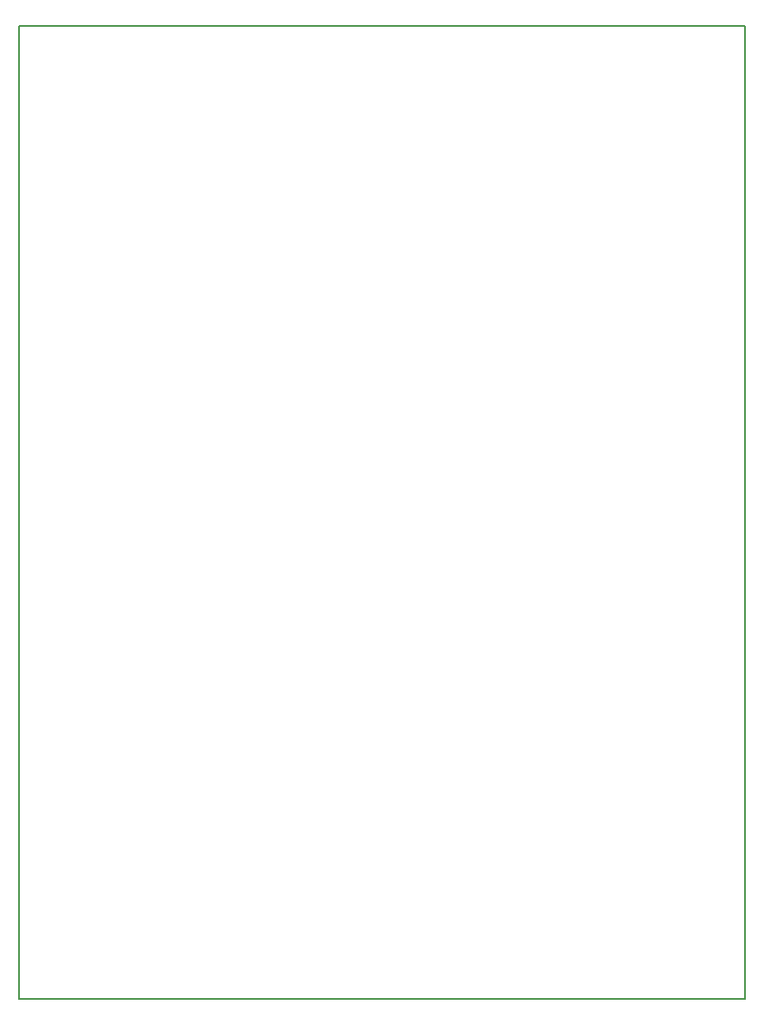
<source format=gbr>
G04 #@! TF.GenerationSoftware,KiCad,Pcbnew,(5.0.0)*
G04 #@! TF.CreationDate,2018-11-28T10:02:28-05:00*
G04 #@! TF.ProjectId,Placa_PIC18F4550,506C6163615F50494331384634353530,rev?*
G04 #@! TF.SameCoordinates,Original*
G04 #@! TF.FileFunction,Profile,NP*
%FSLAX46Y46*%
G04 Gerber Fmt 4.6, Leading zero omitted, Abs format (unit mm)*
G04 Created by KiCad (PCBNEW (5.0.0)) date 11/28/18 10:02:28*
%MOMM*%
%LPD*%
G01*
G04 APERTURE LIST*
%ADD10C,0.200000*%
G04 APERTURE END LIST*
D10*
X52070000Y-62230000D02*
X57150000Y-62230000D01*
X52070000Y-157480000D02*
X52070000Y-62230000D01*
X123190000Y-157480000D02*
X52070000Y-157480000D01*
X123190000Y-156210000D02*
X123190000Y-157480000D01*
X123190000Y-62230000D02*
X123190000Y-156210000D01*
X105410000Y-62230000D02*
X123190000Y-62230000D01*
X57150000Y-62230000D02*
X105410000Y-62230000D01*
M02*

</source>
